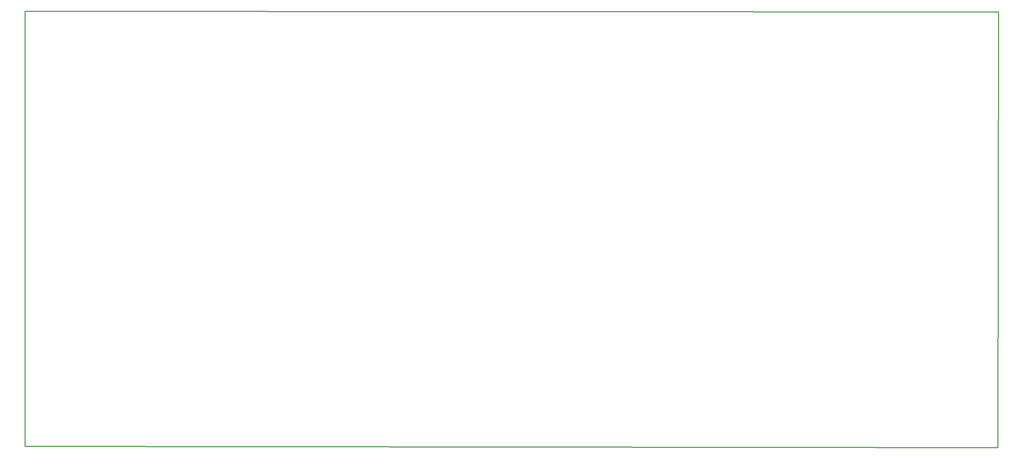
<source format=gko>
G04 Layer: BoardOutlineLayer*
G04 EasyEDA v6.5.9, 2022-07-19 10:17:32*
G04 949b56ed96714d3c9a1e36b78244d617,84c7e2b185e6486294edc9ff802fc075,10*
G04 Gerber Generator version 0.2*
G04 Scale: 100 percent, Rotated: No, Reflected: No *
G04 Dimensions in millimeters *
G04 leading zeros omitted , absolute positions ,4 integer and 5 decimal *
%FSLAX45Y45*%
%MOMM*%

%ADD10C,0.2540*%
D10*
X25819100Y16802100D02*
G01*
X25806400Y5575300D01*
X711200Y5613400D01*
X698500Y5613400D02*
G01*
X698500Y16827500D01*
X698500Y16827500D02*
G01*
X25819100Y16814800D01*

%LPD*%
M02*

</source>
